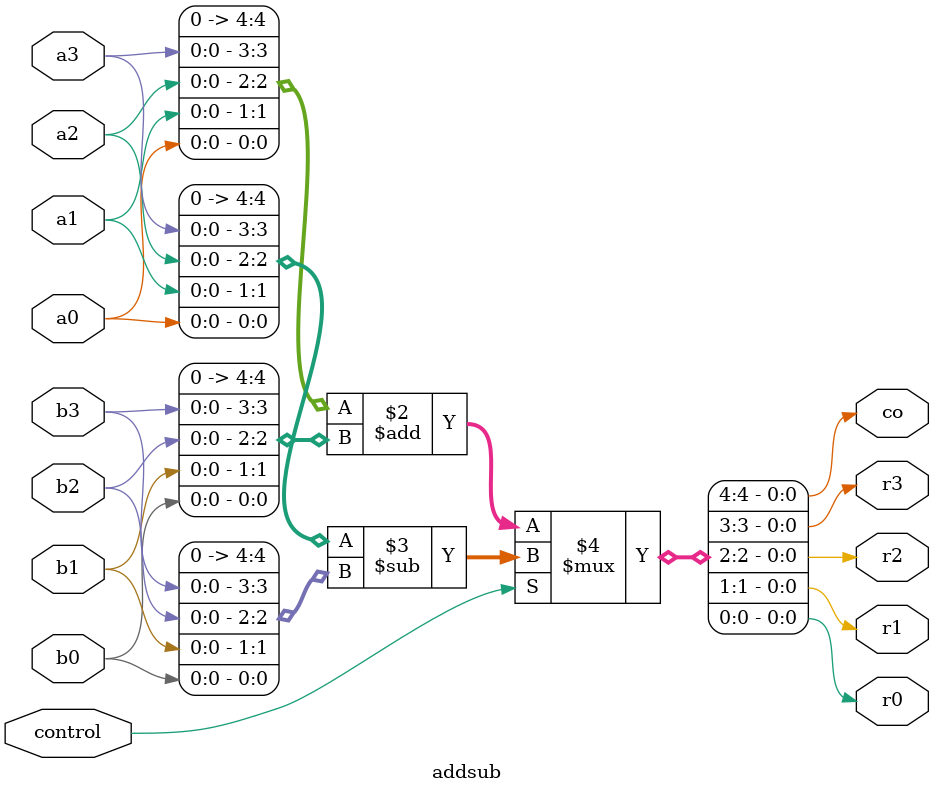
<source format=v>
module addsub(co, r3, r2, r1, r0, a3, a2, a1, a0, b3, b2, b1, b0, control);
  output co, r3, r2, r1, r0;
  input  a3, a2, a1, a0, b3, b2, b1, b0, control;

  // When control is 0, perform addition.
  // When control is 1, perform subtraction.
  assign {co, r3, r2, r1, r0} = (control == 0 ? {a3, a2, a1, a0} + {b3, b2, b1, b0} :
                                               {a3, a2, a1, a0} - {b3, b2, b1, b0});
endmodule

</source>
